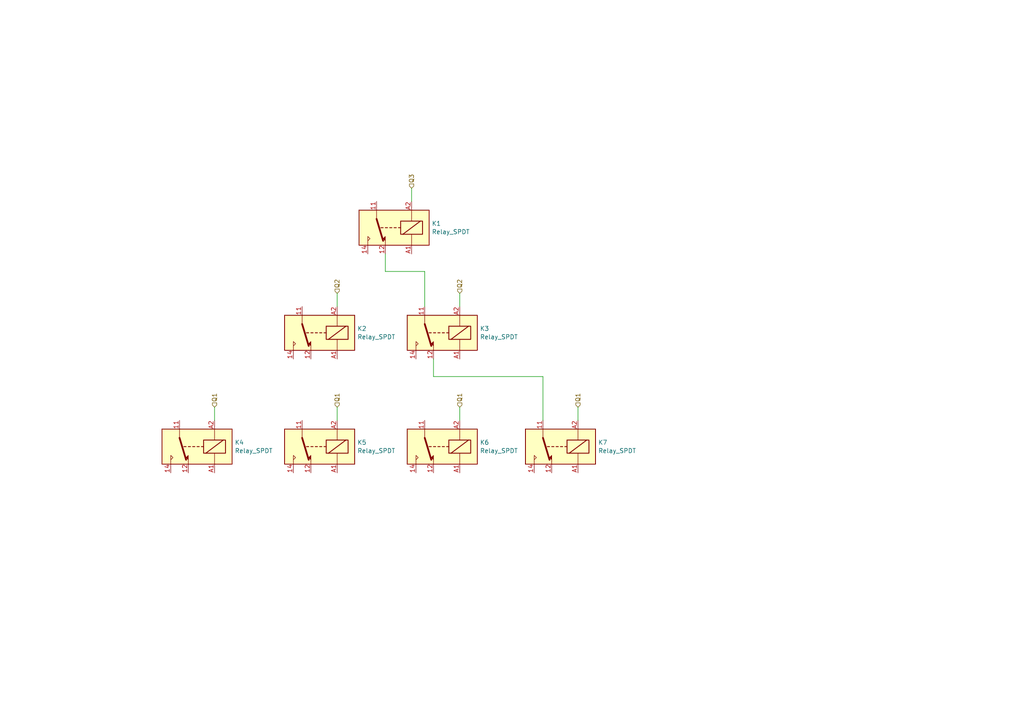
<source format=kicad_sch>
(kicad_sch (version 20250114) (generator "eeschema") (generator_version "9.0")
  (paper "A4")
  (lib_symbols
    (symbol "Relay:Relay_SPDT"
      (property "Reference" "K" (at 11.43 3.81 0))
      (property "Value" "Relay_SPDT" (at 11.43 1.27 0))
      (symbol "Relay_SPDT_0_0"
        (polyline (pts (xy 7.62 5.08) (xy 7.62 2.54) (xy 6.985 3.175) (xy 7.62 3.81)))
      )
      (symbol "Relay_SPDT_0_1"
        (rectangle (start -10.16 5.08) (end 10.16 -5.08) (stroke (width 0.254)) (fill (type background)))
        (rectangle (start -8.255 1.905) (end -1.905 -1.905) (stroke (width 0.254)))
        (polyline (pts (xy -7.62 -1.905) (xy -2.54 1.905)) (stroke (width 0.254)))
        (polyline (pts (xy -5.08 5.08) (xy -5.08 1.905)))
        (polyline (pts (xy -5.08 -5.08) (xy -5.08 -1.905)))
        (polyline (pts (xy -1.905 0) (xy -1.27 0)) (stroke (width 0.254)))
        (polyline (pts (xy -0.635 0) (xy 0 0)) (stroke (width 0.254)))
        (polyline (pts (xy 0.635 0) (xy 1.27 0)) (stroke (width 0.254)))
        (polyline (pts (xy 1.905 0) (xy 2.54 0)) (stroke (width 0.254)))
        (polyline (pts (xy 2.54 5.08) (xy 2.54 2.54) (xy 3.175 3.175) (xy 2.54 3.81)) (fill (type outline)))
        (polyline (pts (xy 3.175 0) (xy 3.81 0)) (stroke (width 0.254)))
        (polyline (pts (xy 5.08 -2.54) (xy 3.175 3.81)) (stroke (width 0.508)))
        (polyline (pts (xy 5.08 -2.54) (xy 5.08 -5.08)))
      )
      (symbol "Relay_SPDT_1_1"
        (pin passive line (at -5.08 7.62 270) (length 2.54) (name "~") (number "A1"))
        (pin passive line (at -5.08 -7.62 90) (length 2.54) (name "~") (number "A2"))
        (pin passive line (at 2.54 7.62 270) (length 2.54) (name "~") (number "12"))
        (pin passive line (at 5.08 -7.62 90) (length 2.54) (name "~") (number "11"))
        (pin passive line (at 7.62 7.62 270) (length 2.54) (name "~") (number "14"))
      )
    )
  )
  (wire (pts (xy 97.79 85.09) (xy 97.79 88.9)))
  (wire (pts (xy 111.76 78.74) (xy 123.19 78.74)))
  (wire (pts (xy 133.35 85.09) (xy 133.35 88.9)))
  (wire (pts (xy 125.73 109.22) (xy 157.48 109.22)))
  (wire (pts (xy 125.73 104.14) (xy 125.73 109.22)))
  (wire (pts (xy 111.76 73.66) (xy 111.76 78.74)))
  (wire (pts (xy 133.35 118.11) (xy 133.35 121.92)))
  (wire (pts (xy 62.23 118.11) (xy 62.23 121.92)))
  (wire (pts (xy 123.19 78.74) (xy 123.19 88.9)))
  (wire (pts (xy 157.48 109.22) (xy 157.48 121.92)))
  (wire (pts (xy 119.38 54.61) (xy 119.38 58.42)))
  (wire (pts (xy 97.79 118.11) (xy 97.79 121.92)))
  (wire (pts (xy 167.64 118.11) (xy 167.64 121.92)))
  (hierarchical_label "Q1" (shape input) (at 133.35 118.11 90))
  (hierarchical_label "Q3" (shape input) (at 119.38 54.61 90))
  (hierarchical_label "Q2" (shape input) (at 133.35 85.09 90))
  (hierarchical_label "Q1" (shape input) (at 97.79 118.11 90))
  (hierarchical_label "Q2" (shape input) (at 97.79 85.09 90))
  (hierarchical_label "Q1" (shape input) (at 167.64 118.11 90))
  (hierarchical_label "Q1" (shape input) (at 62.23 118.11 90))
  (symbol (lib_id "Relay:Relay_SPDT") (at 92.71 129.54 180) (unit 1)
    (property "Reference" "K5" (at 103.632 128.3278 0) (effects (justify right)))
    (property "Value" "Relay_SPDT" (at 103.632 130.7521 0) (effects (justify right)))
    (property "Description" "Relay SPDT, monostable, EN50005" (effects (hide yes)))
  )
  (symbol (lib_id "Relay:Relay_SPDT") (at 57.15 129.54 180) (unit 1)
    (property "Reference" "K4" (at 68.072 128.3278 0) (effects (justify right)))
    (property "Value" "Relay_SPDT" (at 68.072 130.7521 0) (effects (justify right)))
    (property "Description" "Relay SPDT, monostable, EN50005" (effects (hide yes)))
  )
  (symbol (lib_id "Relay:Relay_SPDT") (at 128.27 129.54 180) (unit 1)
    (property "Reference" "K6" (at 139.192 128.3278 0) (effects (justify right)))
    (property "Value" "Relay_SPDT" (at 139.192 130.7521 0) (effects (justify right)))
    (property "Description" "Relay SPDT, monostable, EN50005" (effects (hide yes)))
  )
  (symbol (lib_id "Relay:Relay_SPDT") (at 162.56 129.54 180) (unit 1)
    (property "Reference" "K7" (at 173.482 128.3278 0) (effects (justify right)))
    (property "Value" "Relay_SPDT" (at 173.482 130.7521 0) (effects (justify right)))
    (property "Description" "Relay SPDT, monostable, EN50005" (effects (hide yes)))
  )
  (symbol (lib_id "Relay:Relay_SPDT") (at 114.3 66.04 180) (unit 1)
    (property "Reference" "K1" (at 125.222 64.8278 0) (effects (justify right)))
    (property "Value" "Relay_SPDT" (at 125.222 67.2521 0) (effects (justify right)))
    (property "Description" "Relay SPDT, monostable, EN50005" (effects (hide yes)))
  )
  (symbol (lib_id "Relay:Relay_SPDT") (at 92.71 96.52 180) (unit 1)
    (property "Reference" "K2" (at 103.632 95.3078 0) (effects (justify right)))
    (property "Value" "Relay_SPDT" (at 103.632 97.7321 0) (effects (justify right)))
    (property "Description" "Relay SPDT, monostable, EN50005" (effects (hide yes)))
  )
  (symbol (lib_id "Relay:Relay_SPDT") (at 128.27 96.52 180) (unit 1)
    (property "Reference" "K3" (at 139.192 95.3078 0) (effects (justify right)))
    (property "Value" "Relay_SPDT" (at 139.192 97.7321 0) (effects (justify right)))
    (property "Description" "Relay SPDT, monostable, EN50005" (effects (hide yes)))
  )
)
</source>
